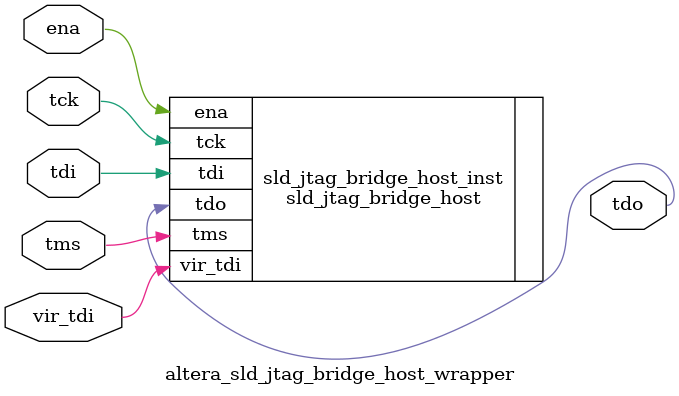
<source format=v>


module altera_sld_jtag_bridge_host_wrapper
#(
    parameter NAME = " "
)
(
    input   tck,
    input   tms,
    input   tdi,
    input   vir_tdi,
    input   ena,
    output  tdo
);

    sld_jtag_bridge_host #(
        .NAME(NAME)
    ) sld_jtag_bridge_host_inst
    (
        .tck(tck),
        .tms(tms),
        .tdi(tdi),
        .vir_tdi(vir_tdi),
        .ena(ena),
        .tdo(tdo)
    );
    
endmodule // altera_sld_jtag_bridge_host_wrapper

</source>
